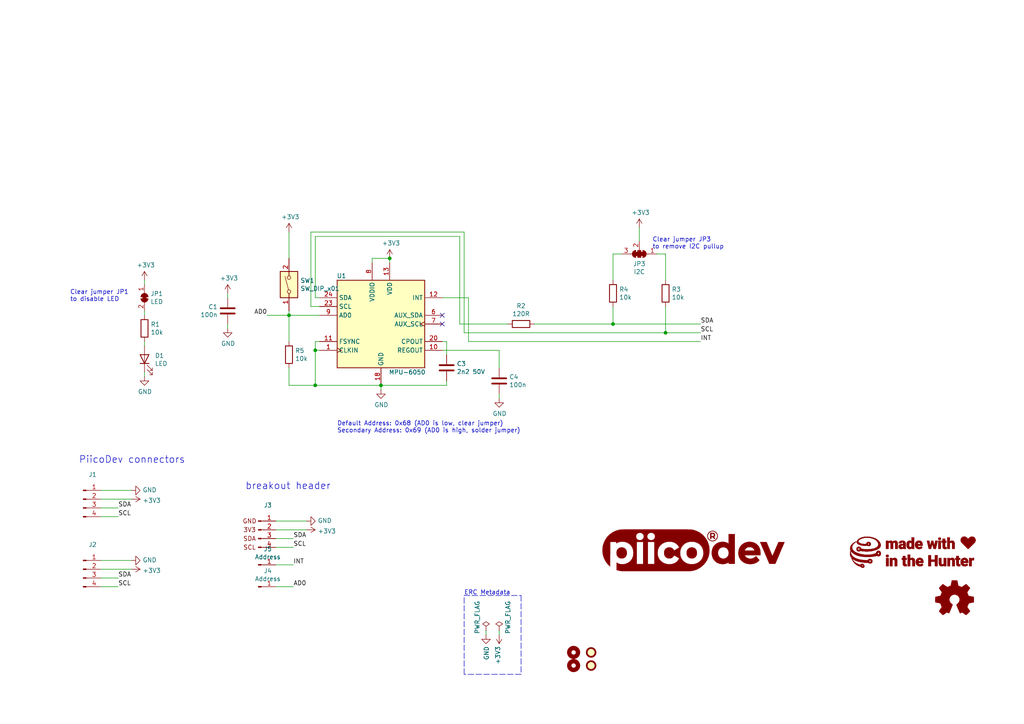
<source format=kicad_sch>
(kicad_sch (version 20211123) (generator eeschema)
  (paper "A4")
  (title_block (title "PiicoDev Motion Sensor MPU-6050") (date "2022-02-23") (rev "14") (comment 1 "Designed at Core Electronics by Peter Johnston") (comment 2 "PiicoDev and the PiicoDev logo are trademarks of Core Electronics Pty Ltd.") (comment 3 "License: CCASAv4.0 http://creativecommons.org/licenses/by-sa/4.0"))
  (lib_symbols
    (symbol "Connector:Conn_01x01_Male" (pin_names (offset 1.016) hide)
      (property "Reference" "J" (at 0 2.54 0))
      (property "Value" "Conn_01x01_Male" (at 0 -2.54 0))
      (symbol "Conn_01x01_Male_1_1"
        (pin passive line (at 5.08 0 180) (length 3.81) (name "Pin_1") (number "1"))
      )
    )
    (symbol "Connector:Conn_01x04_Male" (pin_names (offset 1.016) hide)
      (property "Reference" "J" (at 0 5.08 0))
      (property "Value" "Conn_01x04_Male" (at 0 -7.62 0))
      (symbol "Conn_01x04_Male_1_1"
        (pin passive line (at 5.08 2.54 180) (length 3.81) (name "Pin_1") (number "1"))
        (pin passive line (at 5.08 0 180) (length 3.81) (name "Pin_2") (number "2"))
        (pin passive line (at 5.08 -2.54 180) (length 3.81) (name "Pin_3") (number "3"))
        (pin passive line (at 5.08 -5.08 180) (length 3.81) (name "Pin_4") (number "4"))
      )
    )
    (symbol "CoreElectronics_Artwork:LOGO_CoreElectronics_made-with-love" (pin_names (offset 1.016)))
    (symbol "CoreElectronics_Artwork:LOGO_PiicoDev" (pin_names (offset 1.016)))
    (symbol "CoreElectronics_Components:Conn_PiicoDev_header_01x04_Male" (pin_names (offset 1.016) hide)
      (property "Reference" "J" (at 0 7.62 0))
      (property "Value" "Conn_PiicoDev_header_01x04_Male" (at 0 -7.62 0))
      (symbol "Conn_PiicoDev_header_01x04_Male_0_0"
        (text "3V3" (at -2.54 2.54 0) (effects (font (size 1.27 1.27))))
        (text "GND" (at -2.54 5.08 0) (effects (font (size 1.27 1.27))))
        (text "SCL" (at -2.54 -2.54 0) (effects (font (size 1.27 1.27))))
        (text "SDA" (at -2.54 0 0) (effects (font (size 1.27 1.27))))
      )
      (symbol "Conn_PiicoDev_header_01x04_Male_1_1"
        (pin passive line (at 5.08 5.08 180) (length 3.81) (name "Pin_1") (number "1"))
        (pin passive line (at 5.08 2.54 180) (length 3.81) (name "Pin_2") (number "2"))
        (pin passive line (at 5.08 0 180) (length 3.81) (name "Pin_3") (number "3"))
        (pin passive line (at 5.08 -2.54 180) (length 3.81) (name "Pin_4") (number "4"))
      )
    )
    (symbol "Device:C" (pin_numbers hide) (pin_names (offset 0.254))
      (property "Reference" "C" (at 0.635 2.54 0))
      (property "Value" "C" (at 0.635 -2.54 0))
      (symbol "C_1_1"
        (pin passive line (at 0 3.81 270) (length 2.794) (name "~") (number "1"))
        (pin passive line (at 0 -3.81 90) (length 2.794) (name "~") (number "2"))
      )
    )
    (symbol "Device:LED" (pin_numbers hide) (pin_names (offset 1.016) hide)
      (property "Reference" "D" (at 0 2.54 0))
      (property "Value" "LED" (at 0 -2.54 0))
      (symbol "LED_1_1"
        (pin passive line (at -3.81 0 0) (length 2.54) (name "K") (number "1"))
        (pin passive line (at 3.81 0 180) (length 2.54) (name "A") (number "2"))
      )
    )
    (symbol "Device:R" (pin_numbers hide) (pin_names (offset 0))
      (property "Reference" "R" (at 2.032 0 90))
      (property "Value" "R" (at 0 0 90))
      (symbol "R_1_1"
        (pin passive line (at 0 3.81 270) (length 1.27) (name "~") (number "1"))
        (pin passive line (at 0 -3.81 90) (length 1.27) (name "~") (number "2"))
      )
    )
    (symbol "Graphic:Logo_Open_Hardware_Small" (pin_names (offset 1.016)))
    (symbol "Jumper:SolderJumper_2_Bridged" (pin_names (offset 0) hide)
      (property "Reference" "JP" (at 0 2.032 0))
      (property "Value" "SolderJumper_2_Bridged" (at 0 -2.54 0))
      (symbol "SolderJumper_2_Bridged_1_1"
        (pin passive line (at -3.81 0 0) (length 2.54) (name "A") (number "1"))
        (pin passive line (at 3.81 0 180) (length 2.54) (name "B") (number "2"))
      )
    )
    (symbol "Jumper:SolderJumper_3_Bridged123" (pin_names (offset 0) hide)
      (property "Reference" "JP" (at -2.54 -2.54 0))
      (property "Value" "SolderJumper_3_Bridged123" (at 0 2.794 0))
      (symbol "SolderJumper_3_Bridged123_1_1"
        (pin passive line (at -5.08 0 0) (length 2.54) (name "A") (number "1"))
        (pin input line (at 0 -3.81 90) (length 2.54) (name "C") (number "2"))
        (pin passive line (at 5.08 0 180) (length 2.54) (name "B") (number "3"))
      )
    )
    (symbol "Mechanical:Fiducial"
      (property "Reference" "FID" (at 0 5.08 0))
      (property "Value" "Fiducial" (at 0 3.175 0))
    )
    (symbol "Mechanical:MountingHole" (pin_names (offset 1.016))
      (property "Reference" "H" (at 0 5.08 0))
      (property "Value" "MountingHole" (at 0 3.175 0))
    )
    (symbol "Sensor_Motion:MPU-6050"
      (property "Reference" "U" (at -11.43 13.97 0))
      (property "Value" "MPU-6050" (at 7.62 -13.97 0))
      (symbol "MPU-6050_1_1"
        (pin input clock (at -17.78 -7.62 0) (length 5.08) (name "CLKIN") (number "1"))
        (pin passive line (at 17.78 -7.62 180) (length 5.08) (name "REGOUT") (number "10"))
        (pin input line (at -17.78 -5.08 0) (length 5.08) (name "FSYNC") (number "11"))
        (pin output line (at 17.78 7.62 180) (length 5.08) (name "INT") (number "12"))
        (pin power_in line (at 2.54 17.78 270) (length 5.08) (name "VDD") (number "13"))
        (pin power_in line (at 0 -17.78 90) (length 5.08) (name "GND") (number "18"))
        (pin passive line (at 17.78 -5.08 180) (length 5.08) (name "CPOUT") (number "20"))
        (pin input line (at -17.78 5.08 0) (length 5.08) (name "SCL") (number "23"))
        (pin bidirectional line (at -17.78 7.62 0) (length 5.08) (name "SDA") (number "24"))
        (pin bidirectional line (at 17.78 2.54 180) (length 5.08) (name "AUX_SDA") (number "6"))
        (pin output clock (at 17.78 0 180) (length 5.08) (name "AUX_SCL") (number "7"))
        (pin power_in line (at -2.54 17.78 270) (length 5.08) (name "VDDIO") (number "8"))
        (pin input line (at -17.78 2.54 0) (length 5.08) (name "AD0") (number "9"))
      )
    )
    (symbol "Switch:SW_DIP_x01" (pin_names (offset 0) hide)
      (property "Reference" "SW" (at 0 3.81 0))
      (property "Value" "SW_DIP_x01" (at 0 -3.81 0))
      (symbol "SW_DIP_x01_1_1"
        (pin passive line (at -7.62 0 0) (length 5.08) (name "~") (number "1"))
        (pin passive line (at 7.62 0 180) (length 5.08) (name "~") (number "2"))
      )
    )
    (symbol "power:+3V3" (power) (pin_names (offset 0))
      (property "Value" "+3V3" (at 0 3.556 0))
      (symbol "+3V3_1_1"
        (pin power_in line (at 0 0 90) (length 0) hide (name "+3V3") (number "1"))
      )
    )
    (symbol "power:GND" (power) (pin_names (offset 0))
      (property "Value" "GND" (at 0 -3.81 0))
      (symbol "GND_1_1"
        (pin power_in line (at 0 0 270) (length 0) hide (name "GND") (number "1"))
      )
    )
    (symbol "power:PWR_FLAG" (power) (pin_numbers hide) (pin_names (offset 0) hide)
      (property "Value" "PWR_FLAG" (at 0 3.81 0))
      (symbol "PWR_FLAG_0_0"
        (pin power_out line (at 0 0 90) (length 0) (name "pwr") (number "1"))
      )
    )
  )
  (junction (at 83.82 91.44))
  (junction (at 177.8 93.98))
  (junction (at 113.03 74.93))
  (junction (at 91.44 111.76))
  (junction (at 91.44 101.6))
  (junction (at 193.04 96.52))
  (junction (at 110.49 111.76))
  (no_connect (at 128.27 91.44))
  (no_connect (at 128.27 93.98))
  (wire (pts (xy 91.44 99.06) (xy 91.44 101.6)))
  (wire (pts (xy 133.35 93.98) (xy 147.32 93.98)))
  (wire (pts (xy 129.54 110.49) (xy 129.54 111.76)))
  (wire (pts (xy 128.27 99.06) (xy 129.54 99.06)))
  (wire (pts (xy 91.44 101.6) (xy 91.44 111.76)))
  (wire (pts (xy 83.82 90.17) (xy 83.82 91.44)))
  (wire (pts (xy 92.71 88.9) (xy 90.17 88.9)))
  (wire (pts (xy 41.91 109.22) (xy 41.91 107.95)))
  (wire (pts (xy 134.62 96.52) (xy 193.04 96.52)))
  (wire (pts (xy 129.54 111.76) (xy 110.49 111.76)))
  (wire (pts (xy 92.71 101.6) (xy 91.44 101.6)))
  (wire (pts (xy 177.8 73.66) (xy 180.34 73.66)))
  (wire (pts (xy 203.2 96.52) (xy 193.04 96.52)))
  (wire (pts (xy 41.91 82.55) (xy 41.91 81.28)))
  (wire (pts (xy 83.82 111.76) (xy 83.82 106.68)))
  (wire (pts (xy 91.44 111.76) (xy 110.49 111.76)))
  (wire (pts (xy 85.09 158.75) (xy 80.01 158.75)))
  (wire (pts (xy 135.89 99.06) (xy 203.2 99.06)))
  (wire (pts (xy 193.04 88.9) (xy 193.04 96.52)))
  (wire (pts (xy 85.09 163.83) (xy 80.01 163.83)))
  (polyline (pts (xy 134.62 195.58) (xy 134.62 172.72)))
  (wire (pts (xy 144.78 184.15) (xy 144.78 182.88)))
  (wire (pts (xy 29.21 144.78) (xy 38.1 144.78)))
  (wire (pts (xy 113.03 76.2) (xy 113.03 74.93)))
  (wire (pts (xy 177.8 81.28) (xy 177.8 73.66)))
  (wire (pts (xy 83.82 91.44) (xy 92.71 91.44)))
  (wire (pts (xy 66.04 85.09) (xy 66.04 86.36)))
  (wire (pts (xy 154.94 93.98) (xy 177.8 93.98)))
  (wire (pts (xy 85.09 156.21) (xy 80.01 156.21)))
  (wire (pts (xy 140.97 184.15) (xy 140.97 182.88)))
  (wire (pts (xy 135.89 86.36) (xy 135.89 99.06)))
  (wire (pts (xy 83.82 111.76) (xy 91.44 111.76)))
  (wire (pts (xy 133.35 68.58) (xy 133.35 93.98)))
  (wire (pts (xy 88.9 151.13) (xy 80.01 151.13)))
  (wire (pts (xy 90.17 88.9) (xy 90.17 67.31)))
  (wire (pts (xy 185.42 66.04) (xy 185.42 69.85)))
  (wire (pts (xy 80.01 153.67) (xy 88.9 153.67)))
  (wire (pts (xy 34.29 167.64) (xy 29.21 167.64)))
  (wire (pts (xy 144.78 115.57) (xy 144.78 114.3)))
  (wire (pts (xy 128.27 86.36) (xy 135.89 86.36)))
  (wire (pts (xy 134.62 67.31) (xy 134.62 96.52)))
  (wire (pts (xy 107.95 74.93) (xy 113.03 74.93)))
  (wire (pts (xy 193.04 73.66) (xy 190.5 73.66)))
  (wire (pts (xy 177.8 93.98) (xy 203.2 93.98)))
  (wire (pts (xy 85.09 170.18) (xy 80.01 170.18)))
  (wire (pts (xy 77.47 91.44) (xy 83.82 91.44)))
  (polyline (pts (xy 151.13 195.58) (xy 134.62 195.58)))
  (wire (pts (xy 91.44 86.36) (xy 91.44 68.58)))
  (wire (pts (xy 91.44 68.58) (xy 133.35 68.58)))
  (wire (pts (xy 41.91 100.33) (xy 41.91 99.06)))
  (wire (pts (xy 129.54 99.06) (xy 129.54 102.87)))
  (wire (pts (xy 177.8 88.9) (xy 177.8 93.98)))
  (wire (pts (xy 34.29 147.32) (xy 29.21 147.32)))
  (wire (pts (xy 193.04 81.28) (xy 193.04 73.66)))
  (wire (pts (xy 83.82 99.06) (xy 83.82 91.44)))
  (wire (pts (xy 34.29 149.86) (xy 29.21 149.86)))
  (wire (pts (xy 66.04 93.98) (xy 66.04 95.25)))
  (wire (pts (xy 34.29 170.18) (xy 29.21 170.18)))
  (wire (pts (xy 92.71 99.06) (xy 91.44 99.06)))
  (wire (pts (xy 128.27 101.6) (xy 144.78 101.6)))
  (wire (pts (xy 144.78 101.6) (xy 144.78 106.68)))
  (wire (pts (xy 90.17 67.31) (xy 134.62 67.31)))
  (wire (pts (xy 41.91 91.44) (xy 41.91 90.17)))
  (wire (pts (xy 92.71 86.36) (xy 91.44 86.36)))
  (wire (pts (xy 38.1 162.56) (xy 29.21 162.56)))
  (wire (pts (xy 110.49 111.76) (xy 110.49 113.03)))
  (wire (pts (xy 107.95 76.2) (xy 107.95 74.93)))
  (polyline (pts (xy 134.62 172.72) (xy 151.13 172.72)))
  (wire (pts (xy 29.21 165.1) (xy 38.1 165.1)))
  (wire (pts (xy 83.82 74.93) (xy 83.82 67.31)))
  (wire (pts (xy 38.1 142.24) (xy 29.21 142.24)))
  (polyline (pts (xy 151.13 172.72) (xy 151.13 195.58)))
  (text "ERC Metadata" (at 134.62 172.72 0) (effects (font (size 1.27 1.27)) (justify left bottom)))
  (text "PiicoDev connectors" (at 22.86 134.62 0) (effects (font (size 2.0066 2.0066)) (justify left bottom)))
  (text "breakout header" (at 71.12 142.24 0) (effects (font (size 2.0066 2.0066)) (justify left bottom)))
  (text "Clear jumper JP1\nto disable LED" (at 20.32 87.63 0) (effects (font (size 1.27 1.27)) (justify left bottom)))
  (text "Default Address: 0x68 (AD0 is low, clear jumper)\nSecondary Address: 0x69 (AD0 is high, solder jumper)" (at 97.79 125.73 0) (effects (font (size 1.27 1.27)) (justify left bottom)))
  (text "Clear jumper JP3\nto remove I2C pullup" (at 189.23 72.39 0) (effects (font (size 1.27 1.27)) (justify left bottom)))
  (label "SCL" (at 34.29 170.18 0))
  (label "INT" (at 203.2 99.06 0))
  (label "SCL" (at 85.09 158.75 0))
  (label "SDA" (at 85.09 156.21 0))
  (label "AD0" (at 85.09 170.18 0))
  (label "AD0" (at 77.47 91.44 180))
  (label "INT" (at 85.09 163.83 0))
  (label "SDA" (at 34.29 147.32 0))
  (label "SDA" (at 34.29 167.64 0))
  (label "SDA" (at 203.2 93.98 0))
  (label "SCL" (at 203.2 96.52 0))
  (label "SCL" (at 34.29 149.86 0))
  (symbol (lib_id "Device:R") (at 177.8 85.09 0) (unit 1)
    (property "Reference" "R4" (at 179.578 83.9216 0) (effects (justify left)))
    (property "Value" "10k" (at 179.578 86.233 0) (effects (justify left)))
    (property "Footprint" "Resistor_SMD:R_0402_1005Metric" (effects hide))
  )
  (symbol (lib_id "Device:R") (at 193.04 85.09 0) (unit 1)
    (property "Reference" "R3" (at 194.818 83.9216 0) (effects (justify left)))
    (property "Value" "10k" (at 194.818 86.233 0) (effects (justify left)))
    (property "Footprint" "Resistor_SMD:R_0402_1005Metric" (effects hide))
  )
  (symbol (lib_id "Jumper:SolderJumper_3_Bridged123") (at 185.42 73.66 180) (unit 1)
    (property "Reference" "JP3" (at 185.42 76.5302 0))
    (property "Value" "I2C" (at 185.42 78.8416 0))
    (property "Footprint" "CoreElectronics_Components:SolderJumper-3_P1.3mm_Closed_RoundedPad1.0x1.5mm_NumberLabels" (effects hide))
  )
  (symbol (lib_id "power:+3V3") (at 185.42 66.04 0) (unit 1)
    (property "Reference" "#PWR0101" (effects hide))
    (property "Value" "+3V3" (at 185.801 61.6458 0))
  )
  (symbol (lib_id "power:GND") (at 110.49 113.03 0) (unit 1)
    (property "Reference" "#PWR0103" (effects hide))
    (property "Value" "GND" (at 110.617 117.4242 0))
  )
  (symbol (lib_id "power:+3V3") (at 113.03 74.93 0) (unit 1)
    (property "Reference" "#PWR0104" (effects hide))
    (property "Value" "+3V3" (at 113.411 70.5358 0))
  )
  (symbol (lib_id "Device:LED") (at 41.91 104.14 90) (unit 1)
    (property "Reference" "D1" (at 44.9072 103.1494 90) (effects (justify right)))
    (property "Value" "LED" (at 44.9072 105.4608 90) (effects (justify right)))
    (property "Footprint" "LED_SMD:LED_0603_1608Metric" (effects hide))
  )
  (symbol (lib_id "power:GND") (at 41.91 109.22 0) (unit 1)
    (property "Reference" "#PWR0105" (effects hide))
    (property "Value" "GND" (at 42.037 113.6142 0))
  )
  (symbol (lib_id "power:+3V3") (at 41.91 81.28 0) (unit 1)
    (property "Reference" "#PWR0106" (effects hide))
    (property "Value" "+3V3" (at 42.291 76.8858 0))
  )
  (symbol (lib_id "Jumper:SolderJumper_2_Bridged") (at 41.91 86.36 270) (unit 1)
    (property "Reference" "JP1" (at 43.6372 85.1916 90) (effects (justify left)))
    (property "Value" "LED" (at 43.6372 87.503 90) (effects (justify left)))
    (property "Footprint" "CoreElectronics_Components:SolderJumper-2_P1.3mm_Bridged_RoundedPad1.0x1.5mm" (effects hide))
  )
  (symbol (lib_id "Device:R") (at 41.91 95.25 0) (unit 1)
    (property "Reference" "R1" (at 43.688 94.0816 0) (effects (justify left)))
    (property "Value" "10k" (at 43.688 96.393 0) (effects (justify left)))
    (property "Footprint" "Resistor_SMD:R_0402_1005Metric" (effects hide))
  )
  (symbol (lib_id "Device:C") (at 66.04 90.17 0) (mirror x) (unit 1)
    (property "Reference" "C1" (at 63.119 89.0016 0) (effects (justify right)))
    (property "Value" "100n" (at 63.119 91.313 0) (effects (justify right)))
    (property "Footprint" "Capacitor_SMD:C_0402_1005Metric" (effects hide))
  )
  (symbol (lib_id "power:GND") (at 66.04 95.25 0) (unit 1)
    (property "Reference" "#PWR0109" (effects hide))
    (property "Value" "GND" (at 66.167 99.6442 0))
  )
  (symbol (lib_id "power:+3V3") (at 66.04 85.09 0) (unit 1)
    (property "Reference" "#PWR0110" (effects hide))
    (property "Value" "+3V3" (at 66.421 80.6958 0))
  )
  (symbol (lib_id "Connector:Conn_01x04_Male") (at 24.13 144.78 0) (unit 1)
    (property "Reference" "J1" (at 26.8732 137.6426 0))
    (property "Value" " " (at 26.8732 139.954 0))
    (property "Footprint" "Connector_JST:JST_SH_SM04B-SRSS-TB_1x04-1MP_P1.00mm_Horizontal" (effects hide))
  )
  (symbol (lib_id "power:+3V3") (at 38.1 144.78 270) (unit 1)
    (property "Reference" "#PWR0111" (effects hide))
    (property "Value" "+3V3" (at 41.3512 145.161 90) (effects (justify left)))
  )
  (symbol (lib_id "power:GND") (at 38.1 142.24 90) (unit 1)
    (property "Reference" "#PWR0112" (effects hide))
    (property "Value" "GND" (at 41.3512 142.113 90) (effects (justify right)))
  )
  (symbol (lib_id "Connector:Conn_01x04_Male") (at 24.13 165.1 0) (unit 1)
    (property "Reference" "J2" (at 26.8732 157.9626 0))
    (property "Value" " " (at 26.8732 160.274 0))
    (property "Footprint" "Connector_JST:JST_SH_SM04B-SRSS-TB_1x04-1MP_P1.00mm_Horizontal" (effects hide))
  )
  (symbol (lib_id "power:+3V3") (at 38.1 165.1 270) (unit 1)
    (property "Reference" "#PWR0113" (effects hide))
    (property "Value" "+3V3" (at 41.3512 165.481 90) (effects (justify left)))
  )
  (symbol (lib_id "power:GND") (at 38.1 162.56 90) (unit 1)
    (property "Reference" "#PWR0114" (effects hide))
    (property "Value" "GND" (at 41.3512 162.433 90) (effects (justify right)))
  )
  (symbol (lib_id "CoreElectronics_Components:Conn_PiicoDev_header_01x04_Male") (at 74.93 156.21 0) (unit 1)
    (property "Reference" "J3" (at 77.6732 146.5326 0))
    (property "Value" " " (at 77.6732 148.844 0))
    (property "Footprint" "CoreElectronics_Components:PiicoDev_header_4pin" (effects hide))
  )
  (symbol (lib_id "power:+3V3") (at 88.9 153.67 270) (unit 1)
    (property "Reference" "#PWR0115" (effects hide))
    (property "Value" "+3V3" (at 92.1512 154.051 90) (effects (justify left)))
  )
  (symbol (lib_id "power:GND") (at 88.9 151.13 90) (unit 1)
    (property "Reference" "#PWR0116" (effects hide))
    (property "Value" "GND" (at 92.1512 151.003 90) (effects (justify right)))
  )
  (symbol (lib_id "Mechanical:MountingHole") (at 166.37 193.04 0) (unit 1)
    (property "Reference" "H4" (effects hide))
    (property "Value" "MountingHole" (effects hide))
    (property "Footprint" "MountingHole:MountingHole_2.7mm_M2.5" (effects hide))
  )
  (symbol (lib_id "Mechanical:MountingHole") (at 166.37 189.23 0) (unit 1)
    (property "Reference" "H1" (effects hide))
    (property "Value" "MountingHole" (effects hide))
    (property "Footprint" "MountingHole:MountingHole_2.7mm_M2.5" (effects hide))
  )
  (symbol (lib_id "Mechanical:Fiducial") (at 171.45 193.04 0) (unit 1)
    (property "Reference" "FID2" (effects hide))
    (property "Value" "Fiducial" (effects hide))
    (property "Footprint" "Fiducial:Fiducial_1mm_Mask2mm" (effects hide))
  )
  (symbol (lib_id "Mechanical:Fiducial") (at 171.45 189.23 0) (unit 1)
    (property "Reference" "FID1" (effects hide))
    (property "Value" "Fiducial" (effects hide))
    (property "Footprint" "Fiducial:Fiducial_1mm_Mask2mm" (effects hide))
  )
  (symbol (lib_id "CoreElectronics_Artwork:LOGO_CoreElectronics_made-with-love") (at 265.43 160.02 0) (unit 1)
    (property "Reference" "G1" (effects hide))
    (property "Value" "LOGO_CoreElectronics_made-with-love" (effects hide))
    (property "Footprint" "CoreElectronics_Artwork:piicodev_logo_14.2x3.4mm" (effects hide))
  )
  (symbol (lib_id "CoreElectronics_Artwork:LOGO_PiicoDev") (at 203.2 160.02 0) (unit 1)
    (property "Reference" "G2" (effects hide))
    (property "Value" "LOGO_piico" (effects hide))
    (property "Footprint" "CoreElectronics_Artwork:piicodev_logo_14.2x3.4mm" (effects hide))
  )
  (symbol (lib_id "Graphic:Logo_Open_Hardware_Small") (at 276.86 173.99 0) (unit 1)
    (property "Reference" "LOGO1" (effects hide))
    (property "Value" "Logo_Open_Hardware_Small" (effects hide))
    (property "Footprint" "CoreElectronics_Artwork:oshw" (effects hide))
  )
  (symbol (lib_id "Sensor_Motion:MPU-6050") (at 110.49 93.98 0) (unit 1)
    (property "Reference" "U1" (at 99.06 80.01 0))
    (property "Value" "MPU-6050" (at 118.11 107.95 0))
    (property "Footprint" "Sensor_Motion:InvenSense_QFN-24_4x4mm_P0.5mm" (effects hide))
    (property "Datasheet" "https://store.invensense.com/datasheets/invensense/MPU-6050_DataSheet_V3%204.pdf" (effects hide))
  )
  (symbol (lib_id "Device:C") (at 129.54 106.68 0) (unit 1)
    (property "Reference" "C3" (at 132.461 105.5116 0) (effects (justify left)))
    (property "Value" "2n2 50V" (at 132.461 107.823 0) (effects (justify left)))
    (property "Footprint" "Capacitor_SMD:C_0402_1005Metric" (effects hide))
  )
  (symbol (lib_id "Device:C") (at 144.78 110.49 0) (unit 1)
    (property "Reference" "C4" (at 147.701 109.3216 0) (effects (justify left)))
    (property "Value" "100n" (at 147.701 111.633 0) (effects (justify left)))
    (property "Footprint" "Capacitor_SMD:C_0402_1005Metric" (effects hide))
  )
  (symbol (lib_id "power:GND") (at 144.78 115.57 0) (unit 1)
    (property "Reference" "#PWR0107" (effects hide))
    (property "Value" "GND" (at 144.907 119.9642 0))
  )
  (symbol (lib_id "Device:R") (at 83.82 102.87 0) (unit 1)
    (property "Reference" "R5" (at 85.598 101.7016 0) (effects (justify left)))
    (property "Value" "10k" (at 85.598 104.013 0) (effects (justify left)))
    (property "Footprint" "Resistor_SMD:R_0402_1005Metric" (effects hide))
  )
  (symbol (lib_id "power:+3V3") (at 83.82 67.31 0) (unit 1)
    (property "Reference" "#PWR0118" (effects hide))
    (property "Value" "+3V3" (at 84.201 62.9158 0))
  )
  (symbol (lib_id "Connector:Conn_01x01_Male") (at 74.93 163.83 0) (unit 1)
    (property "Reference" "J5" (at 77.6732 159.2326 0))
    (property "Value" "Address" (at 77.6732 161.544 0))
    (property "Footprint" "CoreElectronics_Components:PiicoDev_header_1pin_INT_uninverted" (effects hide))
  )
  (symbol (lib_id "power:PWR_FLAG") (at 144.78 182.88 0) (unit 1)
    (property "Reference" "#FLG0101" (effects hide))
    (property "Value" "PWR_FLAG" (at 147.32 179.07 90))
  )
  (symbol (lib_id "power:+3V3") (at 144.78 184.15 180) (unit 1)
    (property "Reference" "#PWR0102" (effects hide))
    (property "Value" "+3V3" (at 144.399 187.4012 90) (effects (justify left)))
  )
  (symbol (lib_id "Connector:Conn_01x01_Male") (at 74.93 170.18 0) (unit 1)
    (property "Reference" "J4" (at 77.6732 165.5826 0))
    (property "Value" "Address" (at 77.6732 167.894 0))
    (property "Footprint" "CoreElectronics_Components:PiicoDev_header_1pin_ADR" (effects hide))
  )
  (symbol (lib_id "power:PWR_FLAG") (at 140.97 182.88 0) (unit 1)
    (property "Reference" "#FLG0102" (effects hide))
    (property "Value" "PWR_FLAG" (at 138.43 179.07 90))
  )
  (symbol (lib_id "power:GND") (at 140.97 184.15 0) (unit 1)
    (property "Reference" "#PWR0108" (effects hide))
    (property "Value" "GND" (at 141.097 187.4012 90) (effects (justify right)))
  )
  (symbol (lib_id "Switch:SW_DIP_x01") (at 83.82 82.55 90) (unit 1)
    (property "Reference" "SW1" (at 87.122 81.3816 90) (effects (justify right)))
    (property "Value" "SW_DIP_x01" (at 87.122 83.693 90) (effects (justify right)))
    (property "Footprint" "CoreElectronics_Components:SW_DIP_x01_Slide_CHS-01A1" (effects hide))
  )
  (symbol (lib_id "Device:R") (at 151.13 93.98 270) (unit 1)
    (property "Reference" "R2" (at 151.13 88.7222 90))
    (property "Value" "120R" (at 151.13 91.0336 90))
    (property "Footprint" "Resistor_SMD:R_0402_1005Metric" (effects hide))
  )
)
</source>
